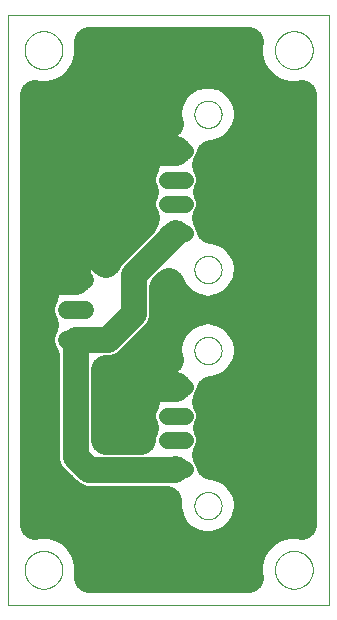
<source format=gtl>
G75*
%MOIN*%
%OFA0B0*%
%FSLAX25Y25*%
%IPPOS*%
%LPD*%
%AMOC8*
5,1,8,0,0,1.08239X$1,22.5*
%
%ADD10C,0.00000*%
%ADD11C,0.05740*%
%ADD12C,0.06000*%
%ADD13C,0.08600*%
%ADD14C,0.10000*%
D10*
X0006000Y0006000D02*
X0006000Y0202850D01*
X0113087Y0202850D01*
X0113087Y0006000D01*
X0006000Y0006000D01*
X0011512Y0017811D02*
X0011514Y0017969D01*
X0011520Y0018127D01*
X0011530Y0018285D01*
X0011544Y0018443D01*
X0011562Y0018600D01*
X0011583Y0018757D01*
X0011609Y0018913D01*
X0011639Y0019069D01*
X0011672Y0019224D01*
X0011710Y0019377D01*
X0011751Y0019530D01*
X0011796Y0019682D01*
X0011845Y0019833D01*
X0011898Y0019982D01*
X0011954Y0020130D01*
X0012014Y0020276D01*
X0012078Y0020421D01*
X0012146Y0020564D01*
X0012217Y0020706D01*
X0012291Y0020846D01*
X0012369Y0020983D01*
X0012451Y0021119D01*
X0012535Y0021253D01*
X0012624Y0021384D01*
X0012715Y0021513D01*
X0012810Y0021640D01*
X0012907Y0021765D01*
X0013008Y0021887D01*
X0013112Y0022006D01*
X0013219Y0022123D01*
X0013329Y0022237D01*
X0013442Y0022348D01*
X0013557Y0022457D01*
X0013675Y0022562D01*
X0013796Y0022664D01*
X0013919Y0022764D01*
X0014045Y0022860D01*
X0014173Y0022953D01*
X0014303Y0023043D01*
X0014436Y0023129D01*
X0014571Y0023213D01*
X0014707Y0023292D01*
X0014846Y0023369D01*
X0014987Y0023441D01*
X0015129Y0023511D01*
X0015273Y0023576D01*
X0015419Y0023638D01*
X0015566Y0023696D01*
X0015715Y0023751D01*
X0015865Y0023802D01*
X0016016Y0023849D01*
X0016168Y0023892D01*
X0016321Y0023931D01*
X0016476Y0023967D01*
X0016631Y0023998D01*
X0016787Y0024026D01*
X0016943Y0024050D01*
X0017100Y0024070D01*
X0017258Y0024086D01*
X0017415Y0024098D01*
X0017574Y0024106D01*
X0017732Y0024110D01*
X0017890Y0024110D01*
X0018048Y0024106D01*
X0018207Y0024098D01*
X0018364Y0024086D01*
X0018522Y0024070D01*
X0018679Y0024050D01*
X0018835Y0024026D01*
X0018991Y0023998D01*
X0019146Y0023967D01*
X0019301Y0023931D01*
X0019454Y0023892D01*
X0019606Y0023849D01*
X0019757Y0023802D01*
X0019907Y0023751D01*
X0020056Y0023696D01*
X0020203Y0023638D01*
X0020349Y0023576D01*
X0020493Y0023511D01*
X0020635Y0023441D01*
X0020776Y0023369D01*
X0020915Y0023292D01*
X0021051Y0023213D01*
X0021186Y0023129D01*
X0021319Y0023043D01*
X0021449Y0022953D01*
X0021577Y0022860D01*
X0021703Y0022764D01*
X0021826Y0022664D01*
X0021947Y0022562D01*
X0022065Y0022457D01*
X0022180Y0022348D01*
X0022293Y0022237D01*
X0022403Y0022123D01*
X0022510Y0022006D01*
X0022614Y0021887D01*
X0022715Y0021765D01*
X0022812Y0021640D01*
X0022907Y0021513D01*
X0022998Y0021384D01*
X0023087Y0021253D01*
X0023171Y0021119D01*
X0023253Y0020983D01*
X0023331Y0020846D01*
X0023405Y0020706D01*
X0023476Y0020564D01*
X0023544Y0020421D01*
X0023608Y0020276D01*
X0023668Y0020130D01*
X0023724Y0019982D01*
X0023777Y0019833D01*
X0023826Y0019682D01*
X0023871Y0019530D01*
X0023912Y0019377D01*
X0023950Y0019224D01*
X0023983Y0019069D01*
X0024013Y0018913D01*
X0024039Y0018757D01*
X0024060Y0018600D01*
X0024078Y0018443D01*
X0024092Y0018285D01*
X0024102Y0018127D01*
X0024108Y0017969D01*
X0024110Y0017811D01*
X0024108Y0017653D01*
X0024102Y0017495D01*
X0024092Y0017337D01*
X0024078Y0017179D01*
X0024060Y0017022D01*
X0024039Y0016865D01*
X0024013Y0016709D01*
X0023983Y0016553D01*
X0023950Y0016398D01*
X0023912Y0016245D01*
X0023871Y0016092D01*
X0023826Y0015940D01*
X0023777Y0015789D01*
X0023724Y0015640D01*
X0023668Y0015492D01*
X0023608Y0015346D01*
X0023544Y0015201D01*
X0023476Y0015058D01*
X0023405Y0014916D01*
X0023331Y0014776D01*
X0023253Y0014639D01*
X0023171Y0014503D01*
X0023087Y0014369D01*
X0022998Y0014238D01*
X0022907Y0014109D01*
X0022812Y0013982D01*
X0022715Y0013857D01*
X0022614Y0013735D01*
X0022510Y0013616D01*
X0022403Y0013499D01*
X0022293Y0013385D01*
X0022180Y0013274D01*
X0022065Y0013165D01*
X0021947Y0013060D01*
X0021826Y0012958D01*
X0021703Y0012858D01*
X0021577Y0012762D01*
X0021449Y0012669D01*
X0021319Y0012579D01*
X0021186Y0012493D01*
X0021051Y0012409D01*
X0020915Y0012330D01*
X0020776Y0012253D01*
X0020635Y0012181D01*
X0020493Y0012111D01*
X0020349Y0012046D01*
X0020203Y0011984D01*
X0020056Y0011926D01*
X0019907Y0011871D01*
X0019757Y0011820D01*
X0019606Y0011773D01*
X0019454Y0011730D01*
X0019301Y0011691D01*
X0019146Y0011655D01*
X0018991Y0011624D01*
X0018835Y0011596D01*
X0018679Y0011572D01*
X0018522Y0011552D01*
X0018364Y0011536D01*
X0018207Y0011524D01*
X0018048Y0011516D01*
X0017890Y0011512D01*
X0017732Y0011512D01*
X0017574Y0011516D01*
X0017415Y0011524D01*
X0017258Y0011536D01*
X0017100Y0011552D01*
X0016943Y0011572D01*
X0016787Y0011596D01*
X0016631Y0011624D01*
X0016476Y0011655D01*
X0016321Y0011691D01*
X0016168Y0011730D01*
X0016016Y0011773D01*
X0015865Y0011820D01*
X0015715Y0011871D01*
X0015566Y0011926D01*
X0015419Y0011984D01*
X0015273Y0012046D01*
X0015129Y0012111D01*
X0014987Y0012181D01*
X0014846Y0012253D01*
X0014707Y0012330D01*
X0014571Y0012409D01*
X0014436Y0012493D01*
X0014303Y0012579D01*
X0014173Y0012669D01*
X0014045Y0012762D01*
X0013919Y0012858D01*
X0013796Y0012958D01*
X0013675Y0013060D01*
X0013557Y0013165D01*
X0013442Y0013274D01*
X0013329Y0013385D01*
X0013219Y0013499D01*
X0013112Y0013616D01*
X0013008Y0013735D01*
X0012907Y0013857D01*
X0012810Y0013982D01*
X0012715Y0014109D01*
X0012624Y0014238D01*
X0012535Y0014369D01*
X0012451Y0014503D01*
X0012369Y0014639D01*
X0012291Y0014776D01*
X0012217Y0014916D01*
X0012146Y0015058D01*
X0012078Y0015201D01*
X0012014Y0015346D01*
X0011954Y0015492D01*
X0011898Y0015640D01*
X0011845Y0015789D01*
X0011796Y0015940D01*
X0011751Y0016092D01*
X0011710Y0016245D01*
X0011672Y0016398D01*
X0011639Y0016553D01*
X0011609Y0016709D01*
X0011583Y0016865D01*
X0011562Y0017022D01*
X0011544Y0017179D01*
X0011530Y0017337D01*
X0011520Y0017495D01*
X0011514Y0017653D01*
X0011512Y0017811D01*
X0068110Y0039189D02*
X0068112Y0039323D01*
X0068118Y0039457D01*
X0068128Y0039591D01*
X0068142Y0039725D01*
X0068160Y0039858D01*
X0068181Y0039990D01*
X0068207Y0040122D01*
X0068237Y0040253D01*
X0068270Y0040383D01*
X0068307Y0040511D01*
X0068349Y0040639D01*
X0068393Y0040766D01*
X0068442Y0040891D01*
X0068494Y0041014D01*
X0068550Y0041136D01*
X0068610Y0041257D01*
X0068673Y0041375D01*
X0068739Y0041492D01*
X0068809Y0041606D01*
X0068882Y0041719D01*
X0068959Y0041829D01*
X0069039Y0041937D01*
X0069122Y0042042D01*
X0069208Y0042145D01*
X0069297Y0042245D01*
X0069389Y0042343D01*
X0069484Y0042438D01*
X0069582Y0042530D01*
X0069682Y0042619D01*
X0069785Y0042705D01*
X0069890Y0042788D01*
X0069998Y0042868D01*
X0070108Y0042945D01*
X0070221Y0043018D01*
X0070335Y0043088D01*
X0070452Y0043154D01*
X0070570Y0043217D01*
X0070691Y0043277D01*
X0070813Y0043333D01*
X0070936Y0043385D01*
X0071061Y0043434D01*
X0071188Y0043478D01*
X0071316Y0043520D01*
X0071444Y0043557D01*
X0071574Y0043590D01*
X0071705Y0043620D01*
X0071837Y0043646D01*
X0071969Y0043667D01*
X0072102Y0043685D01*
X0072236Y0043699D01*
X0072370Y0043709D01*
X0072504Y0043715D01*
X0072638Y0043717D01*
X0072772Y0043715D01*
X0072906Y0043709D01*
X0073040Y0043699D01*
X0073174Y0043685D01*
X0073307Y0043667D01*
X0073439Y0043646D01*
X0073571Y0043620D01*
X0073702Y0043590D01*
X0073832Y0043557D01*
X0073960Y0043520D01*
X0074088Y0043478D01*
X0074215Y0043434D01*
X0074340Y0043385D01*
X0074463Y0043333D01*
X0074585Y0043277D01*
X0074706Y0043217D01*
X0074824Y0043154D01*
X0074941Y0043088D01*
X0075055Y0043018D01*
X0075168Y0042945D01*
X0075278Y0042868D01*
X0075386Y0042788D01*
X0075491Y0042705D01*
X0075594Y0042619D01*
X0075694Y0042530D01*
X0075792Y0042438D01*
X0075887Y0042343D01*
X0075979Y0042245D01*
X0076068Y0042145D01*
X0076154Y0042042D01*
X0076237Y0041937D01*
X0076317Y0041829D01*
X0076394Y0041719D01*
X0076467Y0041606D01*
X0076537Y0041492D01*
X0076603Y0041375D01*
X0076666Y0041257D01*
X0076726Y0041136D01*
X0076782Y0041014D01*
X0076834Y0040891D01*
X0076883Y0040766D01*
X0076927Y0040639D01*
X0076969Y0040511D01*
X0077006Y0040383D01*
X0077039Y0040253D01*
X0077069Y0040122D01*
X0077095Y0039990D01*
X0077116Y0039858D01*
X0077134Y0039725D01*
X0077148Y0039591D01*
X0077158Y0039457D01*
X0077164Y0039323D01*
X0077166Y0039189D01*
X0077164Y0039055D01*
X0077158Y0038921D01*
X0077148Y0038787D01*
X0077134Y0038653D01*
X0077116Y0038520D01*
X0077095Y0038388D01*
X0077069Y0038256D01*
X0077039Y0038125D01*
X0077006Y0037995D01*
X0076969Y0037867D01*
X0076927Y0037739D01*
X0076883Y0037612D01*
X0076834Y0037487D01*
X0076782Y0037364D01*
X0076726Y0037242D01*
X0076666Y0037121D01*
X0076603Y0037003D01*
X0076537Y0036886D01*
X0076467Y0036772D01*
X0076394Y0036659D01*
X0076317Y0036549D01*
X0076237Y0036441D01*
X0076154Y0036336D01*
X0076068Y0036233D01*
X0075979Y0036133D01*
X0075887Y0036035D01*
X0075792Y0035940D01*
X0075694Y0035848D01*
X0075594Y0035759D01*
X0075491Y0035673D01*
X0075386Y0035590D01*
X0075278Y0035510D01*
X0075168Y0035433D01*
X0075055Y0035360D01*
X0074941Y0035290D01*
X0074824Y0035224D01*
X0074706Y0035161D01*
X0074585Y0035101D01*
X0074463Y0035045D01*
X0074340Y0034993D01*
X0074215Y0034944D01*
X0074088Y0034900D01*
X0073960Y0034858D01*
X0073832Y0034821D01*
X0073702Y0034788D01*
X0073571Y0034758D01*
X0073439Y0034732D01*
X0073307Y0034711D01*
X0073174Y0034693D01*
X0073040Y0034679D01*
X0072906Y0034669D01*
X0072772Y0034663D01*
X0072638Y0034661D01*
X0072504Y0034663D01*
X0072370Y0034669D01*
X0072236Y0034679D01*
X0072102Y0034693D01*
X0071969Y0034711D01*
X0071837Y0034732D01*
X0071705Y0034758D01*
X0071574Y0034788D01*
X0071444Y0034821D01*
X0071316Y0034858D01*
X0071188Y0034900D01*
X0071061Y0034944D01*
X0070936Y0034993D01*
X0070813Y0035045D01*
X0070691Y0035101D01*
X0070570Y0035161D01*
X0070452Y0035224D01*
X0070335Y0035290D01*
X0070221Y0035360D01*
X0070108Y0035433D01*
X0069998Y0035510D01*
X0069890Y0035590D01*
X0069785Y0035673D01*
X0069682Y0035759D01*
X0069582Y0035848D01*
X0069484Y0035940D01*
X0069389Y0036035D01*
X0069297Y0036133D01*
X0069208Y0036233D01*
X0069122Y0036336D01*
X0069039Y0036441D01*
X0068959Y0036549D01*
X0068882Y0036659D01*
X0068809Y0036772D01*
X0068739Y0036886D01*
X0068673Y0037003D01*
X0068610Y0037121D01*
X0068550Y0037242D01*
X0068494Y0037364D01*
X0068442Y0037487D01*
X0068393Y0037612D01*
X0068349Y0037739D01*
X0068307Y0037867D01*
X0068270Y0037995D01*
X0068237Y0038125D01*
X0068207Y0038256D01*
X0068181Y0038388D01*
X0068160Y0038520D01*
X0068142Y0038653D01*
X0068128Y0038787D01*
X0068118Y0038921D01*
X0068112Y0039055D01*
X0068110Y0039189D01*
X0068110Y0090921D02*
X0068112Y0091055D01*
X0068118Y0091189D01*
X0068128Y0091323D01*
X0068142Y0091457D01*
X0068160Y0091590D01*
X0068181Y0091722D01*
X0068207Y0091854D01*
X0068237Y0091985D01*
X0068270Y0092115D01*
X0068307Y0092243D01*
X0068349Y0092371D01*
X0068393Y0092498D01*
X0068442Y0092623D01*
X0068494Y0092746D01*
X0068550Y0092868D01*
X0068610Y0092989D01*
X0068673Y0093107D01*
X0068739Y0093224D01*
X0068809Y0093338D01*
X0068882Y0093451D01*
X0068959Y0093561D01*
X0069039Y0093669D01*
X0069122Y0093774D01*
X0069208Y0093877D01*
X0069297Y0093977D01*
X0069389Y0094075D01*
X0069484Y0094170D01*
X0069582Y0094262D01*
X0069682Y0094351D01*
X0069785Y0094437D01*
X0069890Y0094520D01*
X0069998Y0094600D01*
X0070108Y0094677D01*
X0070221Y0094750D01*
X0070335Y0094820D01*
X0070452Y0094886D01*
X0070570Y0094949D01*
X0070691Y0095009D01*
X0070813Y0095065D01*
X0070936Y0095117D01*
X0071061Y0095166D01*
X0071188Y0095210D01*
X0071316Y0095252D01*
X0071444Y0095289D01*
X0071574Y0095322D01*
X0071705Y0095352D01*
X0071837Y0095378D01*
X0071969Y0095399D01*
X0072102Y0095417D01*
X0072236Y0095431D01*
X0072370Y0095441D01*
X0072504Y0095447D01*
X0072638Y0095449D01*
X0072772Y0095447D01*
X0072906Y0095441D01*
X0073040Y0095431D01*
X0073174Y0095417D01*
X0073307Y0095399D01*
X0073439Y0095378D01*
X0073571Y0095352D01*
X0073702Y0095322D01*
X0073832Y0095289D01*
X0073960Y0095252D01*
X0074088Y0095210D01*
X0074215Y0095166D01*
X0074340Y0095117D01*
X0074463Y0095065D01*
X0074585Y0095009D01*
X0074706Y0094949D01*
X0074824Y0094886D01*
X0074941Y0094820D01*
X0075055Y0094750D01*
X0075168Y0094677D01*
X0075278Y0094600D01*
X0075386Y0094520D01*
X0075491Y0094437D01*
X0075594Y0094351D01*
X0075694Y0094262D01*
X0075792Y0094170D01*
X0075887Y0094075D01*
X0075979Y0093977D01*
X0076068Y0093877D01*
X0076154Y0093774D01*
X0076237Y0093669D01*
X0076317Y0093561D01*
X0076394Y0093451D01*
X0076467Y0093338D01*
X0076537Y0093224D01*
X0076603Y0093107D01*
X0076666Y0092989D01*
X0076726Y0092868D01*
X0076782Y0092746D01*
X0076834Y0092623D01*
X0076883Y0092498D01*
X0076927Y0092371D01*
X0076969Y0092243D01*
X0077006Y0092115D01*
X0077039Y0091985D01*
X0077069Y0091854D01*
X0077095Y0091722D01*
X0077116Y0091590D01*
X0077134Y0091457D01*
X0077148Y0091323D01*
X0077158Y0091189D01*
X0077164Y0091055D01*
X0077166Y0090921D01*
X0077164Y0090787D01*
X0077158Y0090653D01*
X0077148Y0090519D01*
X0077134Y0090385D01*
X0077116Y0090252D01*
X0077095Y0090120D01*
X0077069Y0089988D01*
X0077039Y0089857D01*
X0077006Y0089727D01*
X0076969Y0089599D01*
X0076927Y0089471D01*
X0076883Y0089344D01*
X0076834Y0089219D01*
X0076782Y0089096D01*
X0076726Y0088974D01*
X0076666Y0088853D01*
X0076603Y0088735D01*
X0076537Y0088618D01*
X0076467Y0088504D01*
X0076394Y0088391D01*
X0076317Y0088281D01*
X0076237Y0088173D01*
X0076154Y0088068D01*
X0076068Y0087965D01*
X0075979Y0087865D01*
X0075887Y0087767D01*
X0075792Y0087672D01*
X0075694Y0087580D01*
X0075594Y0087491D01*
X0075491Y0087405D01*
X0075386Y0087322D01*
X0075278Y0087242D01*
X0075168Y0087165D01*
X0075055Y0087092D01*
X0074941Y0087022D01*
X0074824Y0086956D01*
X0074706Y0086893D01*
X0074585Y0086833D01*
X0074463Y0086777D01*
X0074340Y0086725D01*
X0074215Y0086676D01*
X0074088Y0086632D01*
X0073960Y0086590D01*
X0073832Y0086553D01*
X0073702Y0086520D01*
X0073571Y0086490D01*
X0073439Y0086464D01*
X0073307Y0086443D01*
X0073174Y0086425D01*
X0073040Y0086411D01*
X0072906Y0086401D01*
X0072772Y0086395D01*
X0072638Y0086393D01*
X0072504Y0086395D01*
X0072370Y0086401D01*
X0072236Y0086411D01*
X0072102Y0086425D01*
X0071969Y0086443D01*
X0071837Y0086464D01*
X0071705Y0086490D01*
X0071574Y0086520D01*
X0071444Y0086553D01*
X0071316Y0086590D01*
X0071188Y0086632D01*
X0071061Y0086676D01*
X0070936Y0086725D01*
X0070813Y0086777D01*
X0070691Y0086833D01*
X0070570Y0086893D01*
X0070452Y0086956D01*
X0070335Y0087022D01*
X0070221Y0087092D01*
X0070108Y0087165D01*
X0069998Y0087242D01*
X0069890Y0087322D01*
X0069785Y0087405D01*
X0069682Y0087491D01*
X0069582Y0087580D01*
X0069484Y0087672D01*
X0069389Y0087767D01*
X0069297Y0087865D01*
X0069208Y0087965D01*
X0069122Y0088068D01*
X0069039Y0088173D01*
X0068959Y0088281D01*
X0068882Y0088391D01*
X0068809Y0088504D01*
X0068739Y0088618D01*
X0068673Y0088735D01*
X0068610Y0088853D01*
X0068550Y0088974D01*
X0068494Y0089096D01*
X0068442Y0089219D01*
X0068393Y0089344D01*
X0068349Y0089471D01*
X0068307Y0089599D01*
X0068270Y0089727D01*
X0068237Y0089857D01*
X0068207Y0089988D01*
X0068181Y0090120D01*
X0068160Y0090252D01*
X0068142Y0090385D01*
X0068128Y0090519D01*
X0068118Y0090653D01*
X0068112Y0090787D01*
X0068110Y0090921D01*
X0068110Y0117929D02*
X0068112Y0118063D01*
X0068118Y0118197D01*
X0068128Y0118331D01*
X0068142Y0118465D01*
X0068160Y0118598D01*
X0068181Y0118730D01*
X0068207Y0118862D01*
X0068237Y0118993D01*
X0068270Y0119123D01*
X0068307Y0119251D01*
X0068349Y0119379D01*
X0068393Y0119506D01*
X0068442Y0119631D01*
X0068494Y0119754D01*
X0068550Y0119876D01*
X0068610Y0119997D01*
X0068673Y0120115D01*
X0068739Y0120232D01*
X0068809Y0120346D01*
X0068882Y0120459D01*
X0068959Y0120569D01*
X0069039Y0120677D01*
X0069122Y0120782D01*
X0069208Y0120885D01*
X0069297Y0120985D01*
X0069389Y0121083D01*
X0069484Y0121178D01*
X0069582Y0121270D01*
X0069682Y0121359D01*
X0069785Y0121445D01*
X0069890Y0121528D01*
X0069998Y0121608D01*
X0070108Y0121685D01*
X0070221Y0121758D01*
X0070335Y0121828D01*
X0070452Y0121894D01*
X0070570Y0121957D01*
X0070691Y0122017D01*
X0070813Y0122073D01*
X0070936Y0122125D01*
X0071061Y0122174D01*
X0071188Y0122218D01*
X0071316Y0122260D01*
X0071444Y0122297D01*
X0071574Y0122330D01*
X0071705Y0122360D01*
X0071837Y0122386D01*
X0071969Y0122407D01*
X0072102Y0122425D01*
X0072236Y0122439D01*
X0072370Y0122449D01*
X0072504Y0122455D01*
X0072638Y0122457D01*
X0072772Y0122455D01*
X0072906Y0122449D01*
X0073040Y0122439D01*
X0073174Y0122425D01*
X0073307Y0122407D01*
X0073439Y0122386D01*
X0073571Y0122360D01*
X0073702Y0122330D01*
X0073832Y0122297D01*
X0073960Y0122260D01*
X0074088Y0122218D01*
X0074215Y0122174D01*
X0074340Y0122125D01*
X0074463Y0122073D01*
X0074585Y0122017D01*
X0074706Y0121957D01*
X0074824Y0121894D01*
X0074941Y0121828D01*
X0075055Y0121758D01*
X0075168Y0121685D01*
X0075278Y0121608D01*
X0075386Y0121528D01*
X0075491Y0121445D01*
X0075594Y0121359D01*
X0075694Y0121270D01*
X0075792Y0121178D01*
X0075887Y0121083D01*
X0075979Y0120985D01*
X0076068Y0120885D01*
X0076154Y0120782D01*
X0076237Y0120677D01*
X0076317Y0120569D01*
X0076394Y0120459D01*
X0076467Y0120346D01*
X0076537Y0120232D01*
X0076603Y0120115D01*
X0076666Y0119997D01*
X0076726Y0119876D01*
X0076782Y0119754D01*
X0076834Y0119631D01*
X0076883Y0119506D01*
X0076927Y0119379D01*
X0076969Y0119251D01*
X0077006Y0119123D01*
X0077039Y0118993D01*
X0077069Y0118862D01*
X0077095Y0118730D01*
X0077116Y0118598D01*
X0077134Y0118465D01*
X0077148Y0118331D01*
X0077158Y0118197D01*
X0077164Y0118063D01*
X0077166Y0117929D01*
X0077164Y0117795D01*
X0077158Y0117661D01*
X0077148Y0117527D01*
X0077134Y0117393D01*
X0077116Y0117260D01*
X0077095Y0117128D01*
X0077069Y0116996D01*
X0077039Y0116865D01*
X0077006Y0116735D01*
X0076969Y0116607D01*
X0076927Y0116479D01*
X0076883Y0116352D01*
X0076834Y0116227D01*
X0076782Y0116104D01*
X0076726Y0115982D01*
X0076666Y0115861D01*
X0076603Y0115743D01*
X0076537Y0115626D01*
X0076467Y0115512D01*
X0076394Y0115399D01*
X0076317Y0115289D01*
X0076237Y0115181D01*
X0076154Y0115076D01*
X0076068Y0114973D01*
X0075979Y0114873D01*
X0075887Y0114775D01*
X0075792Y0114680D01*
X0075694Y0114588D01*
X0075594Y0114499D01*
X0075491Y0114413D01*
X0075386Y0114330D01*
X0075278Y0114250D01*
X0075168Y0114173D01*
X0075055Y0114100D01*
X0074941Y0114030D01*
X0074824Y0113964D01*
X0074706Y0113901D01*
X0074585Y0113841D01*
X0074463Y0113785D01*
X0074340Y0113733D01*
X0074215Y0113684D01*
X0074088Y0113640D01*
X0073960Y0113598D01*
X0073832Y0113561D01*
X0073702Y0113528D01*
X0073571Y0113498D01*
X0073439Y0113472D01*
X0073307Y0113451D01*
X0073174Y0113433D01*
X0073040Y0113419D01*
X0072906Y0113409D01*
X0072772Y0113403D01*
X0072638Y0113401D01*
X0072504Y0113403D01*
X0072370Y0113409D01*
X0072236Y0113419D01*
X0072102Y0113433D01*
X0071969Y0113451D01*
X0071837Y0113472D01*
X0071705Y0113498D01*
X0071574Y0113528D01*
X0071444Y0113561D01*
X0071316Y0113598D01*
X0071188Y0113640D01*
X0071061Y0113684D01*
X0070936Y0113733D01*
X0070813Y0113785D01*
X0070691Y0113841D01*
X0070570Y0113901D01*
X0070452Y0113964D01*
X0070335Y0114030D01*
X0070221Y0114100D01*
X0070108Y0114173D01*
X0069998Y0114250D01*
X0069890Y0114330D01*
X0069785Y0114413D01*
X0069682Y0114499D01*
X0069582Y0114588D01*
X0069484Y0114680D01*
X0069389Y0114775D01*
X0069297Y0114873D01*
X0069208Y0114973D01*
X0069122Y0115076D01*
X0069039Y0115181D01*
X0068959Y0115289D01*
X0068882Y0115399D01*
X0068809Y0115512D01*
X0068739Y0115626D01*
X0068673Y0115743D01*
X0068610Y0115861D01*
X0068550Y0115982D01*
X0068494Y0116104D01*
X0068442Y0116227D01*
X0068393Y0116352D01*
X0068349Y0116479D01*
X0068307Y0116607D01*
X0068270Y0116735D01*
X0068237Y0116865D01*
X0068207Y0116996D01*
X0068181Y0117128D01*
X0068160Y0117260D01*
X0068142Y0117393D01*
X0068128Y0117527D01*
X0068118Y0117661D01*
X0068112Y0117795D01*
X0068110Y0117929D01*
X0068110Y0169661D02*
X0068112Y0169795D01*
X0068118Y0169929D01*
X0068128Y0170063D01*
X0068142Y0170197D01*
X0068160Y0170330D01*
X0068181Y0170462D01*
X0068207Y0170594D01*
X0068237Y0170725D01*
X0068270Y0170855D01*
X0068307Y0170983D01*
X0068349Y0171111D01*
X0068393Y0171238D01*
X0068442Y0171363D01*
X0068494Y0171486D01*
X0068550Y0171608D01*
X0068610Y0171729D01*
X0068673Y0171847D01*
X0068739Y0171964D01*
X0068809Y0172078D01*
X0068882Y0172191D01*
X0068959Y0172301D01*
X0069039Y0172409D01*
X0069122Y0172514D01*
X0069208Y0172617D01*
X0069297Y0172717D01*
X0069389Y0172815D01*
X0069484Y0172910D01*
X0069582Y0173002D01*
X0069682Y0173091D01*
X0069785Y0173177D01*
X0069890Y0173260D01*
X0069998Y0173340D01*
X0070108Y0173417D01*
X0070221Y0173490D01*
X0070335Y0173560D01*
X0070452Y0173626D01*
X0070570Y0173689D01*
X0070691Y0173749D01*
X0070813Y0173805D01*
X0070936Y0173857D01*
X0071061Y0173906D01*
X0071188Y0173950D01*
X0071316Y0173992D01*
X0071444Y0174029D01*
X0071574Y0174062D01*
X0071705Y0174092D01*
X0071837Y0174118D01*
X0071969Y0174139D01*
X0072102Y0174157D01*
X0072236Y0174171D01*
X0072370Y0174181D01*
X0072504Y0174187D01*
X0072638Y0174189D01*
X0072772Y0174187D01*
X0072906Y0174181D01*
X0073040Y0174171D01*
X0073174Y0174157D01*
X0073307Y0174139D01*
X0073439Y0174118D01*
X0073571Y0174092D01*
X0073702Y0174062D01*
X0073832Y0174029D01*
X0073960Y0173992D01*
X0074088Y0173950D01*
X0074215Y0173906D01*
X0074340Y0173857D01*
X0074463Y0173805D01*
X0074585Y0173749D01*
X0074706Y0173689D01*
X0074824Y0173626D01*
X0074941Y0173560D01*
X0075055Y0173490D01*
X0075168Y0173417D01*
X0075278Y0173340D01*
X0075386Y0173260D01*
X0075491Y0173177D01*
X0075594Y0173091D01*
X0075694Y0173002D01*
X0075792Y0172910D01*
X0075887Y0172815D01*
X0075979Y0172717D01*
X0076068Y0172617D01*
X0076154Y0172514D01*
X0076237Y0172409D01*
X0076317Y0172301D01*
X0076394Y0172191D01*
X0076467Y0172078D01*
X0076537Y0171964D01*
X0076603Y0171847D01*
X0076666Y0171729D01*
X0076726Y0171608D01*
X0076782Y0171486D01*
X0076834Y0171363D01*
X0076883Y0171238D01*
X0076927Y0171111D01*
X0076969Y0170983D01*
X0077006Y0170855D01*
X0077039Y0170725D01*
X0077069Y0170594D01*
X0077095Y0170462D01*
X0077116Y0170330D01*
X0077134Y0170197D01*
X0077148Y0170063D01*
X0077158Y0169929D01*
X0077164Y0169795D01*
X0077166Y0169661D01*
X0077164Y0169527D01*
X0077158Y0169393D01*
X0077148Y0169259D01*
X0077134Y0169125D01*
X0077116Y0168992D01*
X0077095Y0168860D01*
X0077069Y0168728D01*
X0077039Y0168597D01*
X0077006Y0168467D01*
X0076969Y0168339D01*
X0076927Y0168211D01*
X0076883Y0168084D01*
X0076834Y0167959D01*
X0076782Y0167836D01*
X0076726Y0167714D01*
X0076666Y0167593D01*
X0076603Y0167475D01*
X0076537Y0167358D01*
X0076467Y0167244D01*
X0076394Y0167131D01*
X0076317Y0167021D01*
X0076237Y0166913D01*
X0076154Y0166808D01*
X0076068Y0166705D01*
X0075979Y0166605D01*
X0075887Y0166507D01*
X0075792Y0166412D01*
X0075694Y0166320D01*
X0075594Y0166231D01*
X0075491Y0166145D01*
X0075386Y0166062D01*
X0075278Y0165982D01*
X0075168Y0165905D01*
X0075055Y0165832D01*
X0074941Y0165762D01*
X0074824Y0165696D01*
X0074706Y0165633D01*
X0074585Y0165573D01*
X0074463Y0165517D01*
X0074340Y0165465D01*
X0074215Y0165416D01*
X0074088Y0165372D01*
X0073960Y0165330D01*
X0073832Y0165293D01*
X0073702Y0165260D01*
X0073571Y0165230D01*
X0073439Y0165204D01*
X0073307Y0165183D01*
X0073174Y0165165D01*
X0073040Y0165151D01*
X0072906Y0165141D01*
X0072772Y0165135D01*
X0072638Y0165133D01*
X0072504Y0165135D01*
X0072370Y0165141D01*
X0072236Y0165151D01*
X0072102Y0165165D01*
X0071969Y0165183D01*
X0071837Y0165204D01*
X0071705Y0165230D01*
X0071574Y0165260D01*
X0071444Y0165293D01*
X0071316Y0165330D01*
X0071188Y0165372D01*
X0071061Y0165416D01*
X0070936Y0165465D01*
X0070813Y0165517D01*
X0070691Y0165573D01*
X0070570Y0165633D01*
X0070452Y0165696D01*
X0070335Y0165762D01*
X0070221Y0165832D01*
X0070108Y0165905D01*
X0069998Y0165982D01*
X0069890Y0166062D01*
X0069785Y0166145D01*
X0069682Y0166231D01*
X0069582Y0166320D01*
X0069484Y0166412D01*
X0069389Y0166507D01*
X0069297Y0166605D01*
X0069208Y0166705D01*
X0069122Y0166808D01*
X0069039Y0166913D01*
X0068959Y0167021D01*
X0068882Y0167131D01*
X0068809Y0167244D01*
X0068739Y0167358D01*
X0068673Y0167475D01*
X0068610Y0167593D01*
X0068550Y0167714D01*
X0068494Y0167836D01*
X0068442Y0167959D01*
X0068393Y0168084D01*
X0068349Y0168211D01*
X0068307Y0168339D01*
X0068270Y0168467D01*
X0068237Y0168597D01*
X0068207Y0168728D01*
X0068181Y0168860D01*
X0068160Y0168992D01*
X0068142Y0169125D01*
X0068128Y0169259D01*
X0068118Y0169393D01*
X0068112Y0169527D01*
X0068110Y0169661D01*
X0094977Y0191039D02*
X0094979Y0191197D01*
X0094985Y0191355D01*
X0094995Y0191513D01*
X0095009Y0191671D01*
X0095027Y0191828D01*
X0095048Y0191985D01*
X0095074Y0192141D01*
X0095104Y0192297D01*
X0095137Y0192452D01*
X0095175Y0192605D01*
X0095216Y0192758D01*
X0095261Y0192910D01*
X0095310Y0193061D01*
X0095363Y0193210D01*
X0095419Y0193358D01*
X0095479Y0193504D01*
X0095543Y0193649D01*
X0095611Y0193792D01*
X0095682Y0193934D01*
X0095756Y0194074D01*
X0095834Y0194211D01*
X0095916Y0194347D01*
X0096000Y0194481D01*
X0096089Y0194612D01*
X0096180Y0194741D01*
X0096275Y0194868D01*
X0096372Y0194993D01*
X0096473Y0195115D01*
X0096577Y0195234D01*
X0096684Y0195351D01*
X0096794Y0195465D01*
X0096907Y0195576D01*
X0097022Y0195685D01*
X0097140Y0195790D01*
X0097261Y0195892D01*
X0097384Y0195992D01*
X0097510Y0196088D01*
X0097638Y0196181D01*
X0097768Y0196271D01*
X0097901Y0196357D01*
X0098036Y0196441D01*
X0098172Y0196520D01*
X0098311Y0196597D01*
X0098452Y0196669D01*
X0098594Y0196739D01*
X0098738Y0196804D01*
X0098884Y0196866D01*
X0099031Y0196924D01*
X0099180Y0196979D01*
X0099330Y0197030D01*
X0099481Y0197077D01*
X0099633Y0197120D01*
X0099786Y0197159D01*
X0099941Y0197195D01*
X0100096Y0197226D01*
X0100252Y0197254D01*
X0100408Y0197278D01*
X0100565Y0197298D01*
X0100723Y0197314D01*
X0100880Y0197326D01*
X0101039Y0197334D01*
X0101197Y0197338D01*
X0101355Y0197338D01*
X0101513Y0197334D01*
X0101672Y0197326D01*
X0101829Y0197314D01*
X0101987Y0197298D01*
X0102144Y0197278D01*
X0102300Y0197254D01*
X0102456Y0197226D01*
X0102611Y0197195D01*
X0102766Y0197159D01*
X0102919Y0197120D01*
X0103071Y0197077D01*
X0103222Y0197030D01*
X0103372Y0196979D01*
X0103521Y0196924D01*
X0103668Y0196866D01*
X0103814Y0196804D01*
X0103958Y0196739D01*
X0104100Y0196669D01*
X0104241Y0196597D01*
X0104380Y0196520D01*
X0104516Y0196441D01*
X0104651Y0196357D01*
X0104784Y0196271D01*
X0104914Y0196181D01*
X0105042Y0196088D01*
X0105168Y0195992D01*
X0105291Y0195892D01*
X0105412Y0195790D01*
X0105530Y0195685D01*
X0105645Y0195576D01*
X0105758Y0195465D01*
X0105868Y0195351D01*
X0105975Y0195234D01*
X0106079Y0195115D01*
X0106180Y0194993D01*
X0106277Y0194868D01*
X0106372Y0194741D01*
X0106463Y0194612D01*
X0106552Y0194481D01*
X0106636Y0194347D01*
X0106718Y0194211D01*
X0106796Y0194074D01*
X0106870Y0193934D01*
X0106941Y0193792D01*
X0107009Y0193649D01*
X0107073Y0193504D01*
X0107133Y0193358D01*
X0107189Y0193210D01*
X0107242Y0193061D01*
X0107291Y0192910D01*
X0107336Y0192758D01*
X0107377Y0192605D01*
X0107415Y0192452D01*
X0107448Y0192297D01*
X0107478Y0192141D01*
X0107504Y0191985D01*
X0107525Y0191828D01*
X0107543Y0191671D01*
X0107557Y0191513D01*
X0107567Y0191355D01*
X0107573Y0191197D01*
X0107575Y0191039D01*
X0107573Y0190881D01*
X0107567Y0190723D01*
X0107557Y0190565D01*
X0107543Y0190407D01*
X0107525Y0190250D01*
X0107504Y0190093D01*
X0107478Y0189937D01*
X0107448Y0189781D01*
X0107415Y0189626D01*
X0107377Y0189473D01*
X0107336Y0189320D01*
X0107291Y0189168D01*
X0107242Y0189017D01*
X0107189Y0188868D01*
X0107133Y0188720D01*
X0107073Y0188574D01*
X0107009Y0188429D01*
X0106941Y0188286D01*
X0106870Y0188144D01*
X0106796Y0188004D01*
X0106718Y0187867D01*
X0106636Y0187731D01*
X0106552Y0187597D01*
X0106463Y0187466D01*
X0106372Y0187337D01*
X0106277Y0187210D01*
X0106180Y0187085D01*
X0106079Y0186963D01*
X0105975Y0186844D01*
X0105868Y0186727D01*
X0105758Y0186613D01*
X0105645Y0186502D01*
X0105530Y0186393D01*
X0105412Y0186288D01*
X0105291Y0186186D01*
X0105168Y0186086D01*
X0105042Y0185990D01*
X0104914Y0185897D01*
X0104784Y0185807D01*
X0104651Y0185721D01*
X0104516Y0185637D01*
X0104380Y0185558D01*
X0104241Y0185481D01*
X0104100Y0185409D01*
X0103958Y0185339D01*
X0103814Y0185274D01*
X0103668Y0185212D01*
X0103521Y0185154D01*
X0103372Y0185099D01*
X0103222Y0185048D01*
X0103071Y0185001D01*
X0102919Y0184958D01*
X0102766Y0184919D01*
X0102611Y0184883D01*
X0102456Y0184852D01*
X0102300Y0184824D01*
X0102144Y0184800D01*
X0101987Y0184780D01*
X0101829Y0184764D01*
X0101672Y0184752D01*
X0101513Y0184744D01*
X0101355Y0184740D01*
X0101197Y0184740D01*
X0101039Y0184744D01*
X0100880Y0184752D01*
X0100723Y0184764D01*
X0100565Y0184780D01*
X0100408Y0184800D01*
X0100252Y0184824D01*
X0100096Y0184852D01*
X0099941Y0184883D01*
X0099786Y0184919D01*
X0099633Y0184958D01*
X0099481Y0185001D01*
X0099330Y0185048D01*
X0099180Y0185099D01*
X0099031Y0185154D01*
X0098884Y0185212D01*
X0098738Y0185274D01*
X0098594Y0185339D01*
X0098452Y0185409D01*
X0098311Y0185481D01*
X0098172Y0185558D01*
X0098036Y0185637D01*
X0097901Y0185721D01*
X0097768Y0185807D01*
X0097638Y0185897D01*
X0097510Y0185990D01*
X0097384Y0186086D01*
X0097261Y0186186D01*
X0097140Y0186288D01*
X0097022Y0186393D01*
X0096907Y0186502D01*
X0096794Y0186613D01*
X0096684Y0186727D01*
X0096577Y0186844D01*
X0096473Y0186963D01*
X0096372Y0187085D01*
X0096275Y0187210D01*
X0096180Y0187337D01*
X0096089Y0187466D01*
X0096000Y0187597D01*
X0095916Y0187731D01*
X0095834Y0187867D01*
X0095756Y0188004D01*
X0095682Y0188144D01*
X0095611Y0188286D01*
X0095543Y0188429D01*
X0095479Y0188574D01*
X0095419Y0188720D01*
X0095363Y0188868D01*
X0095310Y0189017D01*
X0095261Y0189168D01*
X0095216Y0189320D01*
X0095175Y0189473D01*
X0095137Y0189626D01*
X0095104Y0189781D01*
X0095074Y0189937D01*
X0095048Y0190093D01*
X0095027Y0190250D01*
X0095009Y0190407D01*
X0094995Y0190565D01*
X0094985Y0190723D01*
X0094979Y0190881D01*
X0094977Y0191039D01*
X0011512Y0191039D02*
X0011514Y0191197D01*
X0011520Y0191355D01*
X0011530Y0191513D01*
X0011544Y0191671D01*
X0011562Y0191828D01*
X0011583Y0191985D01*
X0011609Y0192141D01*
X0011639Y0192297D01*
X0011672Y0192452D01*
X0011710Y0192605D01*
X0011751Y0192758D01*
X0011796Y0192910D01*
X0011845Y0193061D01*
X0011898Y0193210D01*
X0011954Y0193358D01*
X0012014Y0193504D01*
X0012078Y0193649D01*
X0012146Y0193792D01*
X0012217Y0193934D01*
X0012291Y0194074D01*
X0012369Y0194211D01*
X0012451Y0194347D01*
X0012535Y0194481D01*
X0012624Y0194612D01*
X0012715Y0194741D01*
X0012810Y0194868D01*
X0012907Y0194993D01*
X0013008Y0195115D01*
X0013112Y0195234D01*
X0013219Y0195351D01*
X0013329Y0195465D01*
X0013442Y0195576D01*
X0013557Y0195685D01*
X0013675Y0195790D01*
X0013796Y0195892D01*
X0013919Y0195992D01*
X0014045Y0196088D01*
X0014173Y0196181D01*
X0014303Y0196271D01*
X0014436Y0196357D01*
X0014571Y0196441D01*
X0014707Y0196520D01*
X0014846Y0196597D01*
X0014987Y0196669D01*
X0015129Y0196739D01*
X0015273Y0196804D01*
X0015419Y0196866D01*
X0015566Y0196924D01*
X0015715Y0196979D01*
X0015865Y0197030D01*
X0016016Y0197077D01*
X0016168Y0197120D01*
X0016321Y0197159D01*
X0016476Y0197195D01*
X0016631Y0197226D01*
X0016787Y0197254D01*
X0016943Y0197278D01*
X0017100Y0197298D01*
X0017258Y0197314D01*
X0017415Y0197326D01*
X0017574Y0197334D01*
X0017732Y0197338D01*
X0017890Y0197338D01*
X0018048Y0197334D01*
X0018207Y0197326D01*
X0018364Y0197314D01*
X0018522Y0197298D01*
X0018679Y0197278D01*
X0018835Y0197254D01*
X0018991Y0197226D01*
X0019146Y0197195D01*
X0019301Y0197159D01*
X0019454Y0197120D01*
X0019606Y0197077D01*
X0019757Y0197030D01*
X0019907Y0196979D01*
X0020056Y0196924D01*
X0020203Y0196866D01*
X0020349Y0196804D01*
X0020493Y0196739D01*
X0020635Y0196669D01*
X0020776Y0196597D01*
X0020915Y0196520D01*
X0021051Y0196441D01*
X0021186Y0196357D01*
X0021319Y0196271D01*
X0021449Y0196181D01*
X0021577Y0196088D01*
X0021703Y0195992D01*
X0021826Y0195892D01*
X0021947Y0195790D01*
X0022065Y0195685D01*
X0022180Y0195576D01*
X0022293Y0195465D01*
X0022403Y0195351D01*
X0022510Y0195234D01*
X0022614Y0195115D01*
X0022715Y0194993D01*
X0022812Y0194868D01*
X0022907Y0194741D01*
X0022998Y0194612D01*
X0023087Y0194481D01*
X0023171Y0194347D01*
X0023253Y0194211D01*
X0023331Y0194074D01*
X0023405Y0193934D01*
X0023476Y0193792D01*
X0023544Y0193649D01*
X0023608Y0193504D01*
X0023668Y0193358D01*
X0023724Y0193210D01*
X0023777Y0193061D01*
X0023826Y0192910D01*
X0023871Y0192758D01*
X0023912Y0192605D01*
X0023950Y0192452D01*
X0023983Y0192297D01*
X0024013Y0192141D01*
X0024039Y0191985D01*
X0024060Y0191828D01*
X0024078Y0191671D01*
X0024092Y0191513D01*
X0024102Y0191355D01*
X0024108Y0191197D01*
X0024110Y0191039D01*
X0024108Y0190881D01*
X0024102Y0190723D01*
X0024092Y0190565D01*
X0024078Y0190407D01*
X0024060Y0190250D01*
X0024039Y0190093D01*
X0024013Y0189937D01*
X0023983Y0189781D01*
X0023950Y0189626D01*
X0023912Y0189473D01*
X0023871Y0189320D01*
X0023826Y0189168D01*
X0023777Y0189017D01*
X0023724Y0188868D01*
X0023668Y0188720D01*
X0023608Y0188574D01*
X0023544Y0188429D01*
X0023476Y0188286D01*
X0023405Y0188144D01*
X0023331Y0188004D01*
X0023253Y0187867D01*
X0023171Y0187731D01*
X0023087Y0187597D01*
X0022998Y0187466D01*
X0022907Y0187337D01*
X0022812Y0187210D01*
X0022715Y0187085D01*
X0022614Y0186963D01*
X0022510Y0186844D01*
X0022403Y0186727D01*
X0022293Y0186613D01*
X0022180Y0186502D01*
X0022065Y0186393D01*
X0021947Y0186288D01*
X0021826Y0186186D01*
X0021703Y0186086D01*
X0021577Y0185990D01*
X0021449Y0185897D01*
X0021319Y0185807D01*
X0021186Y0185721D01*
X0021051Y0185637D01*
X0020915Y0185558D01*
X0020776Y0185481D01*
X0020635Y0185409D01*
X0020493Y0185339D01*
X0020349Y0185274D01*
X0020203Y0185212D01*
X0020056Y0185154D01*
X0019907Y0185099D01*
X0019757Y0185048D01*
X0019606Y0185001D01*
X0019454Y0184958D01*
X0019301Y0184919D01*
X0019146Y0184883D01*
X0018991Y0184852D01*
X0018835Y0184824D01*
X0018679Y0184800D01*
X0018522Y0184780D01*
X0018364Y0184764D01*
X0018207Y0184752D01*
X0018048Y0184744D01*
X0017890Y0184740D01*
X0017732Y0184740D01*
X0017574Y0184744D01*
X0017415Y0184752D01*
X0017258Y0184764D01*
X0017100Y0184780D01*
X0016943Y0184800D01*
X0016787Y0184824D01*
X0016631Y0184852D01*
X0016476Y0184883D01*
X0016321Y0184919D01*
X0016168Y0184958D01*
X0016016Y0185001D01*
X0015865Y0185048D01*
X0015715Y0185099D01*
X0015566Y0185154D01*
X0015419Y0185212D01*
X0015273Y0185274D01*
X0015129Y0185339D01*
X0014987Y0185409D01*
X0014846Y0185481D01*
X0014707Y0185558D01*
X0014571Y0185637D01*
X0014436Y0185721D01*
X0014303Y0185807D01*
X0014173Y0185897D01*
X0014045Y0185990D01*
X0013919Y0186086D01*
X0013796Y0186186D01*
X0013675Y0186288D01*
X0013557Y0186393D01*
X0013442Y0186502D01*
X0013329Y0186613D01*
X0013219Y0186727D01*
X0013112Y0186844D01*
X0013008Y0186963D01*
X0012907Y0187085D01*
X0012810Y0187210D01*
X0012715Y0187337D01*
X0012624Y0187466D01*
X0012535Y0187597D01*
X0012451Y0187731D01*
X0012369Y0187867D01*
X0012291Y0188004D01*
X0012217Y0188144D01*
X0012146Y0188286D01*
X0012078Y0188429D01*
X0012014Y0188574D01*
X0011954Y0188720D01*
X0011898Y0188868D01*
X0011845Y0189017D01*
X0011796Y0189168D01*
X0011751Y0189320D01*
X0011710Y0189473D01*
X0011672Y0189626D01*
X0011639Y0189781D01*
X0011609Y0189937D01*
X0011583Y0190093D01*
X0011562Y0190250D01*
X0011544Y0190407D01*
X0011530Y0190565D01*
X0011520Y0190723D01*
X0011514Y0190881D01*
X0011512Y0191039D01*
X0094977Y0017811D02*
X0094979Y0017969D01*
X0094985Y0018127D01*
X0094995Y0018285D01*
X0095009Y0018443D01*
X0095027Y0018600D01*
X0095048Y0018757D01*
X0095074Y0018913D01*
X0095104Y0019069D01*
X0095137Y0019224D01*
X0095175Y0019377D01*
X0095216Y0019530D01*
X0095261Y0019682D01*
X0095310Y0019833D01*
X0095363Y0019982D01*
X0095419Y0020130D01*
X0095479Y0020276D01*
X0095543Y0020421D01*
X0095611Y0020564D01*
X0095682Y0020706D01*
X0095756Y0020846D01*
X0095834Y0020983D01*
X0095916Y0021119D01*
X0096000Y0021253D01*
X0096089Y0021384D01*
X0096180Y0021513D01*
X0096275Y0021640D01*
X0096372Y0021765D01*
X0096473Y0021887D01*
X0096577Y0022006D01*
X0096684Y0022123D01*
X0096794Y0022237D01*
X0096907Y0022348D01*
X0097022Y0022457D01*
X0097140Y0022562D01*
X0097261Y0022664D01*
X0097384Y0022764D01*
X0097510Y0022860D01*
X0097638Y0022953D01*
X0097768Y0023043D01*
X0097901Y0023129D01*
X0098036Y0023213D01*
X0098172Y0023292D01*
X0098311Y0023369D01*
X0098452Y0023441D01*
X0098594Y0023511D01*
X0098738Y0023576D01*
X0098884Y0023638D01*
X0099031Y0023696D01*
X0099180Y0023751D01*
X0099330Y0023802D01*
X0099481Y0023849D01*
X0099633Y0023892D01*
X0099786Y0023931D01*
X0099941Y0023967D01*
X0100096Y0023998D01*
X0100252Y0024026D01*
X0100408Y0024050D01*
X0100565Y0024070D01*
X0100723Y0024086D01*
X0100880Y0024098D01*
X0101039Y0024106D01*
X0101197Y0024110D01*
X0101355Y0024110D01*
X0101513Y0024106D01*
X0101672Y0024098D01*
X0101829Y0024086D01*
X0101987Y0024070D01*
X0102144Y0024050D01*
X0102300Y0024026D01*
X0102456Y0023998D01*
X0102611Y0023967D01*
X0102766Y0023931D01*
X0102919Y0023892D01*
X0103071Y0023849D01*
X0103222Y0023802D01*
X0103372Y0023751D01*
X0103521Y0023696D01*
X0103668Y0023638D01*
X0103814Y0023576D01*
X0103958Y0023511D01*
X0104100Y0023441D01*
X0104241Y0023369D01*
X0104380Y0023292D01*
X0104516Y0023213D01*
X0104651Y0023129D01*
X0104784Y0023043D01*
X0104914Y0022953D01*
X0105042Y0022860D01*
X0105168Y0022764D01*
X0105291Y0022664D01*
X0105412Y0022562D01*
X0105530Y0022457D01*
X0105645Y0022348D01*
X0105758Y0022237D01*
X0105868Y0022123D01*
X0105975Y0022006D01*
X0106079Y0021887D01*
X0106180Y0021765D01*
X0106277Y0021640D01*
X0106372Y0021513D01*
X0106463Y0021384D01*
X0106552Y0021253D01*
X0106636Y0021119D01*
X0106718Y0020983D01*
X0106796Y0020846D01*
X0106870Y0020706D01*
X0106941Y0020564D01*
X0107009Y0020421D01*
X0107073Y0020276D01*
X0107133Y0020130D01*
X0107189Y0019982D01*
X0107242Y0019833D01*
X0107291Y0019682D01*
X0107336Y0019530D01*
X0107377Y0019377D01*
X0107415Y0019224D01*
X0107448Y0019069D01*
X0107478Y0018913D01*
X0107504Y0018757D01*
X0107525Y0018600D01*
X0107543Y0018443D01*
X0107557Y0018285D01*
X0107567Y0018127D01*
X0107573Y0017969D01*
X0107575Y0017811D01*
X0107573Y0017653D01*
X0107567Y0017495D01*
X0107557Y0017337D01*
X0107543Y0017179D01*
X0107525Y0017022D01*
X0107504Y0016865D01*
X0107478Y0016709D01*
X0107448Y0016553D01*
X0107415Y0016398D01*
X0107377Y0016245D01*
X0107336Y0016092D01*
X0107291Y0015940D01*
X0107242Y0015789D01*
X0107189Y0015640D01*
X0107133Y0015492D01*
X0107073Y0015346D01*
X0107009Y0015201D01*
X0106941Y0015058D01*
X0106870Y0014916D01*
X0106796Y0014776D01*
X0106718Y0014639D01*
X0106636Y0014503D01*
X0106552Y0014369D01*
X0106463Y0014238D01*
X0106372Y0014109D01*
X0106277Y0013982D01*
X0106180Y0013857D01*
X0106079Y0013735D01*
X0105975Y0013616D01*
X0105868Y0013499D01*
X0105758Y0013385D01*
X0105645Y0013274D01*
X0105530Y0013165D01*
X0105412Y0013060D01*
X0105291Y0012958D01*
X0105168Y0012858D01*
X0105042Y0012762D01*
X0104914Y0012669D01*
X0104784Y0012579D01*
X0104651Y0012493D01*
X0104516Y0012409D01*
X0104380Y0012330D01*
X0104241Y0012253D01*
X0104100Y0012181D01*
X0103958Y0012111D01*
X0103814Y0012046D01*
X0103668Y0011984D01*
X0103521Y0011926D01*
X0103372Y0011871D01*
X0103222Y0011820D01*
X0103071Y0011773D01*
X0102919Y0011730D01*
X0102766Y0011691D01*
X0102611Y0011655D01*
X0102456Y0011624D01*
X0102300Y0011596D01*
X0102144Y0011572D01*
X0101987Y0011552D01*
X0101829Y0011536D01*
X0101672Y0011524D01*
X0101513Y0011516D01*
X0101355Y0011512D01*
X0101197Y0011512D01*
X0101039Y0011516D01*
X0100880Y0011524D01*
X0100723Y0011536D01*
X0100565Y0011552D01*
X0100408Y0011572D01*
X0100252Y0011596D01*
X0100096Y0011624D01*
X0099941Y0011655D01*
X0099786Y0011691D01*
X0099633Y0011730D01*
X0099481Y0011773D01*
X0099330Y0011820D01*
X0099180Y0011871D01*
X0099031Y0011926D01*
X0098884Y0011984D01*
X0098738Y0012046D01*
X0098594Y0012111D01*
X0098452Y0012181D01*
X0098311Y0012253D01*
X0098172Y0012330D01*
X0098036Y0012409D01*
X0097901Y0012493D01*
X0097768Y0012579D01*
X0097638Y0012669D01*
X0097510Y0012762D01*
X0097384Y0012858D01*
X0097261Y0012958D01*
X0097140Y0013060D01*
X0097022Y0013165D01*
X0096907Y0013274D01*
X0096794Y0013385D01*
X0096684Y0013499D01*
X0096577Y0013616D01*
X0096473Y0013735D01*
X0096372Y0013857D01*
X0096275Y0013982D01*
X0096180Y0014109D01*
X0096089Y0014238D01*
X0096000Y0014369D01*
X0095916Y0014503D01*
X0095834Y0014639D01*
X0095756Y0014776D01*
X0095682Y0014916D01*
X0095611Y0015058D01*
X0095543Y0015201D01*
X0095479Y0015346D01*
X0095419Y0015492D01*
X0095363Y0015640D01*
X0095310Y0015789D01*
X0095261Y0015940D01*
X0095216Y0016092D01*
X0095175Y0016245D01*
X0095137Y0016398D01*
X0095104Y0016553D01*
X0095074Y0016709D01*
X0095048Y0016865D01*
X0095027Y0017022D01*
X0095009Y0017179D01*
X0094995Y0017337D01*
X0094985Y0017495D01*
X0094979Y0017653D01*
X0094977Y0017811D01*
D11*
X0064839Y0051276D02*
X0059098Y0051276D01*
X0059098Y0061118D02*
X0064839Y0061118D01*
X0064839Y0068992D02*
X0059098Y0068992D01*
X0059098Y0078835D02*
X0064839Y0078835D01*
X0064839Y0130016D02*
X0059098Y0130016D01*
X0059098Y0139858D02*
X0064839Y0139858D01*
X0064839Y0147732D02*
X0059098Y0147732D01*
X0059098Y0157575D02*
X0064839Y0157575D01*
D12*
X0031559Y0114425D02*
X0025559Y0114425D01*
X0025559Y0104425D02*
X0031559Y0104425D01*
X0031559Y0094425D02*
X0025559Y0094425D01*
D13*
X0028559Y0094425D02*
X0039425Y0094425D01*
X0048000Y0103000D01*
X0048000Y0116047D01*
X0061969Y0130016D01*
X0028559Y0094425D02*
X0028559Y0055441D01*
X0033000Y0051000D01*
X0061693Y0051000D01*
X0061969Y0051276D01*
D14*
X0059110Y0040900D02*
X0059110Y0037408D01*
X0060032Y0033968D01*
X0061813Y0030883D01*
X0064332Y0028364D01*
X0067416Y0026583D01*
X0070857Y0025661D01*
X0074419Y0025661D01*
X0077859Y0026583D01*
X0080944Y0028364D01*
X0083463Y0030883D01*
X0085243Y0033968D01*
X0086165Y0037408D01*
X0086165Y0040970D01*
X0085243Y0044410D01*
X0083463Y0047495D01*
X0080944Y0050014D01*
X0077859Y0051795D01*
X0074419Y0052717D01*
X0073509Y0052717D01*
X0073509Y0053000D01*
X0072189Y0056187D01*
X0072179Y0056197D01*
X0072189Y0056207D01*
X0073509Y0059394D01*
X0073509Y0062843D01*
X0072592Y0065055D01*
X0073509Y0067268D01*
X0073509Y0070717D01*
X0072205Y0073864D01*
X0072230Y0073896D01*
X0072811Y0074903D01*
X0073256Y0075977D01*
X0073557Y0077100D01*
X0073595Y0077394D01*
X0074419Y0077394D01*
X0077859Y0078316D01*
X0080944Y0080097D01*
X0083463Y0082615D01*
X0085243Y0085700D01*
X0086165Y0089140D01*
X0086165Y0092702D01*
X0085243Y0096143D01*
X0083463Y0099227D01*
X0080944Y0101746D01*
X0077859Y0103527D01*
X0074507Y0104425D01*
X0077859Y0105323D01*
X0080944Y0107104D01*
X0083463Y0109623D01*
X0085243Y0112708D01*
X0086165Y0116148D01*
X0086165Y0119710D01*
X0085243Y0123151D01*
X0083463Y0126235D01*
X0080944Y0128754D01*
X0077859Y0130535D01*
X0074419Y0131457D01*
X0073509Y0131457D01*
X0073509Y0131740D01*
X0072189Y0134927D01*
X0072179Y0134937D01*
X0072189Y0134947D01*
X0073509Y0138134D01*
X0073509Y0141583D01*
X0072592Y0143795D01*
X0073509Y0146008D01*
X0073509Y0149457D01*
X0072205Y0152604D01*
X0072230Y0152636D01*
X0072811Y0153643D01*
X0073256Y0154717D01*
X0073557Y0155841D01*
X0073595Y0156134D01*
X0074419Y0156134D01*
X0077859Y0157056D01*
X0080944Y0158837D01*
X0083463Y0161355D01*
X0085243Y0164440D01*
X0086165Y0167880D01*
X0086165Y0171442D01*
X0085243Y0174883D01*
X0083463Y0177968D01*
X0080944Y0180486D01*
X0077859Y0182267D01*
X0074419Y0183189D01*
X0070857Y0183189D01*
X0067416Y0182267D01*
X0064332Y0180486D01*
X0061813Y0177968D01*
X0060032Y0174883D01*
X0059110Y0171442D01*
X0059110Y0167880D01*
X0059495Y0166445D01*
X0058517Y0166445D01*
X0057364Y0166293D01*
X0056241Y0165992D01*
X0055167Y0165547D01*
X0054160Y0164966D01*
X0053237Y0164258D01*
X0052415Y0163436D01*
X0051707Y0162513D01*
X0051126Y0161506D01*
X0050681Y0160432D01*
X0050380Y0159309D01*
X0050228Y0158156D01*
X0050228Y0157575D01*
X0061968Y0157575D01*
X0061968Y0157575D01*
X0050228Y0157575D01*
X0050228Y0156993D01*
X0050380Y0155841D01*
X0050681Y0154717D01*
X0051126Y0153643D01*
X0051707Y0152636D01*
X0051732Y0152604D01*
X0050428Y0149457D01*
X0050428Y0146008D01*
X0051345Y0143795D01*
X0050428Y0141583D01*
X0050428Y0138134D01*
X0051748Y0134947D01*
X0051758Y0134937D01*
X0051748Y0134927D01*
X0051149Y0133480D01*
X0039918Y0122249D01*
X0038622Y0120004D01*
X0038340Y0120372D01*
X0037506Y0121206D01*
X0036570Y0121924D01*
X0035548Y0122514D01*
X0034458Y0122966D01*
X0033319Y0123271D01*
X0032149Y0123425D01*
X0028559Y0123425D01*
X0024969Y0123425D01*
X0023799Y0123271D01*
X0022660Y0122966D01*
X0021570Y0122514D01*
X0020548Y0121924D01*
X0019612Y0121206D01*
X0018778Y0120372D01*
X0018060Y0119436D01*
X0017470Y0118414D01*
X0017018Y0117324D01*
X0016713Y0116185D01*
X0016559Y0115015D01*
X0016559Y0114425D01*
X0016559Y0113835D01*
X0016713Y0112666D01*
X0017018Y0111526D01*
X0017470Y0110436D01*
X0018060Y0109414D01*
X0018086Y0109380D01*
X0016759Y0106176D01*
X0016759Y0102675D01*
X0018099Y0099440D01*
X0018114Y0099425D01*
X0018099Y0099410D01*
X0016759Y0096176D01*
X0016759Y0092675D01*
X0018099Y0089440D01*
X0018459Y0089080D01*
X0018459Y0054111D01*
X0019147Y0051542D01*
X0020477Y0049239D01*
X0026798Y0042918D01*
X0029102Y0041588D01*
X0031670Y0040900D01*
X0059110Y0040900D01*
X0059489Y0035996D02*
X0015000Y0035996D01*
X0015797Y0033110D02*
X0015000Y0032897D01*
X0015000Y0175954D01*
X0015797Y0175740D01*
X0019825Y0175740D01*
X0023716Y0176783D01*
X0027205Y0178797D01*
X0030053Y0181645D01*
X0032068Y0185134D01*
X0033110Y0189025D01*
X0033110Y0193054D01*
X0032897Y0193850D01*
X0086190Y0193850D01*
X0085976Y0193054D01*
X0085976Y0189025D01*
X0087019Y0185134D01*
X0089033Y0181645D01*
X0091882Y0178797D01*
X0095370Y0176783D01*
X0099261Y0175740D01*
X0103290Y0175740D01*
X0104087Y0175954D01*
X0104087Y0032897D01*
X0103290Y0033110D01*
X0099261Y0033110D01*
X0095370Y0032068D01*
X0091882Y0030053D01*
X0089033Y0027205D01*
X0087019Y0023716D01*
X0085976Y0019825D01*
X0085976Y0015797D01*
X0086190Y0015000D01*
X0032897Y0015000D01*
X0033110Y0015797D01*
X0033110Y0019825D01*
X0032068Y0023716D01*
X0030053Y0027205D01*
X0027205Y0030053D01*
X0023716Y0032068D01*
X0019825Y0033110D01*
X0015797Y0033110D01*
X0015000Y0045994D02*
X0023722Y0045994D01*
X0018459Y0055993D02*
X0015000Y0055993D01*
X0015000Y0065991D02*
X0018459Y0065991D01*
X0018459Y0075990D02*
X0015000Y0075990D01*
X0015000Y0085988D02*
X0018459Y0085988D01*
X0016759Y0095987D02*
X0015000Y0095987D01*
X0015000Y0105985D02*
X0016759Y0105985D01*
X0016559Y0114425D02*
X0028559Y0114425D01*
X0028559Y0114425D01*
X0016559Y0114425D01*
X0016687Y0115984D02*
X0015000Y0115984D01*
X0015000Y0125982D02*
X0043651Y0125982D01*
X0051320Y0135981D02*
X0015000Y0135981D01*
X0015000Y0145979D02*
X0050440Y0145979D01*
X0050362Y0155978D02*
X0015000Y0155978D01*
X0015000Y0165976D02*
X0056203Y0165976D01*
X0060662Y0175975D02*
X0020700Y0175975D01*
X0032292Y0185973D02*
X0086794Y0185973D01*
X0084613Y0175975D02*
X0098386Y0175975D01*
X0104087Y0165976D02*
X0085655Y0165976D01*
X0073575Y0155978D02*
X0104087Y0155978D01*
X0104087Y0145979D02*
X0073497Y0145979D01*
X0072617Y0135981D02*
X0104087Y0135981D01*
X0104087Y0125982D02*
X0083609Y0125982D01*
X0086121Y0115984D02*
X0104087Y0115984D01*
X0104087Y0105985D02*
X0079005Y0105985D01*
X0085285Y0095987D02*
X0104087Y0095987D01*
X0104087Y0085988D02*
X0085321Y0085988D01*
X0073259Y0075990D02*
X0104087Y0075990D01*
X0104087Y0065991D02*
X0072980Y0065991D01*
X0072269Y0055993D02*
X0104087Y0055993D01*
X0104087Y0045994D02*
X0084329Y0045994D01*
X0085787Y0035996D02*
X0104087Y0035996D01*
X0088336Y0025997D02*
X0075671Y0025997D01*
X0069604Y0025997D02*
X0030751Y0025997D01*
X0033110Y0015999D02*
X0085976Y0015999D01*
X0050428Y0062843D02*
X0051345Y0065055D01*
X0050428Y0067268D01*
X0050428Y0070717D01*
X0051732Y0073864D01*
X0051707Y0073896D01*
X0051126Y0074903D01*
X0050681Y0075977D01*
X0050380Y0077100D01*
X0050228Y0078253D01*
X0050228Y0078835D01*
X0061968Y0078835D01*
X0061968Y0078835D01*
X0050228Y0078835D01*
X0050228Y0079416D01*
X0050380Y0080569D01*
X0050681Y0081692D01*
X0051126Y0082766D01*
X0051707Y0083773D01*
X0052415Y0084696D01*
X0053237Y0085518D01*
X0054160Y0086226D01*
X0055167Y0086807D01*
X0056241Y0087252D01*
X0057364Y0087553D01*
X0058517Y0087705D01*
X0059495Y0087705D01*
X0059110Y0089140D01*
X0059110Y0092702D01*
X0060032Y0096143D01*
X0061813Y0099227D01*
X0064332Y0101746D01*
X0067416Y0103527D01*
X0070769Y0104425D01*
X0067416Y0105323D01*
X0064332Y0107104D01*
X0061813Y0109623D01*
X0060032Y0112708D01*
X0059802Y0113566D01*
X0058100Y0111864D01*
X0058100Y0101670D01*
X0057412Y0099102D01*
X0056082Y0096798D01*
X0054202Y0094918D01*
X0054202Y0094918D01*
X0045627Y0086343D01*
X0043324Y0085013D01*
X0040755Y0084325D01*
X0038659Y0084325D01*
X0038659Y0061100D01*
X0050428Y0061100D01*
X0050428Y0062843D01*
X0050957Y0065991D02*
X0038659Y0065991D01*
X0038659Y0075990D02*
X0050678Y0075990D01*
X0053850Y0085988D02*
X0045012Y0085988D01*
X0055270Y0095987D02*
X0059990Y0095987D01*
X0058100Y0105985D02*
X0066270Y0105985D01*
X0028559Y0114425D02*
X0028559Y0114425D01*
X0028559Y0123425D01*
X0028559Y0114425D01*
X0028559Y0115984D02*
X0028559Y0115984D01*
M02*

</source>
